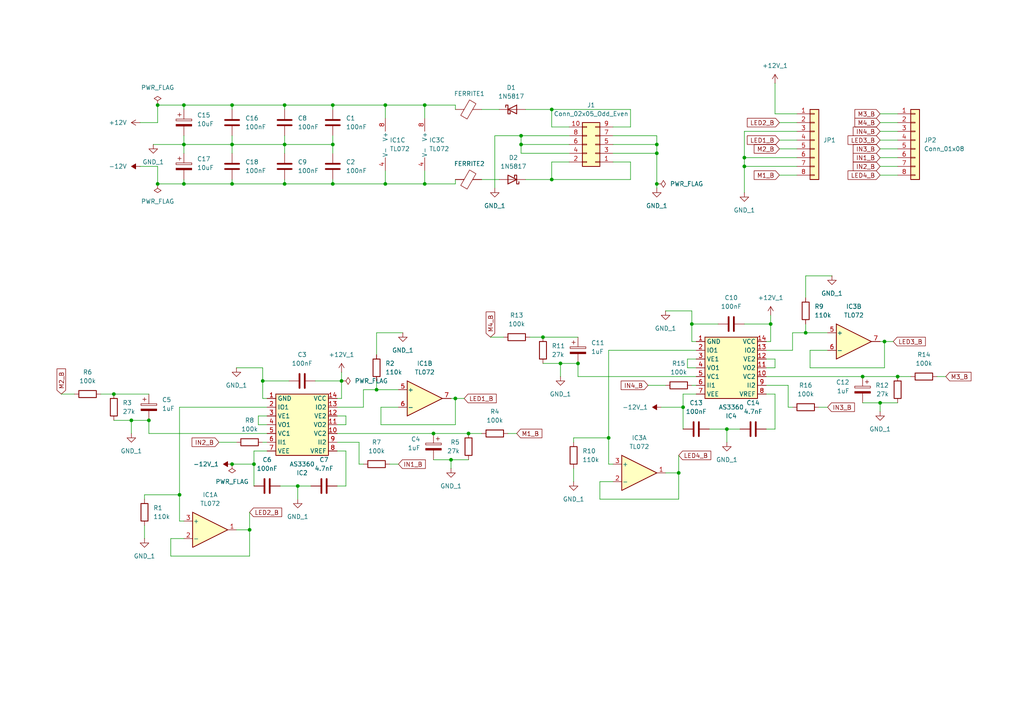
<source format=kicad_sch>
(kicad_sch (version 20250114) (generator "eeschema") (generator_version "9.0")
  (paper "A4")
  (lib_symbols
    (symbol "AO_symbols:1N5817" (pin_numbers (hide yes)) (pin_names (offset 1.016) (hide yes))
      (property "Reference" "D" (at 0 2.54 0))
      (property "Value" "1N5817" (at 0 -2.54 0))
      (symbol "1N5817_0_1"
        (polyline (pts (xy -1.905 0.635) (xy -1.905 1.27) (xy -1.27 1.27) (xy -1.27 -1.27) (xy -0.635 -1.27) (xy -0.635 -0.635)) (stroke (width 0.254)))
        (polyline (pts (xy 1.27 1.27) (xy 1.27 -1.27) (xy -1.27 0) (xy 1.27 1.27)) (stroke (width 0.254)))
        (polyline (pts (xy 1.27 0) (xy -1.27 0)))
      )
      (symbol "1N5817_1_1"
        (pin passive line (at -3.81 0 0) (length 2.54) (name "K") (number "1"))
        (pin passive line (at 3.81 0 180) (length 2.54) (name "A") (number "2"))
      )
    )
    (symbol "AO_symbols:CP" (pin_numbers (hide yes)) (pin_names (offset 0.254))
      (property "Reference" "C" (at 0.635 2.54 0))
      (property "Value" "CP" (at 0.635 -2.54 0))
      (symbol "CP_0_1"
        (rectangle (start -2.286 0.508) (end 2.286 1.016))
        (polyline (pts (xy -1.778 2.286) (xy -0.762 2.286)))
        (polyline (pts (xy -1.27 2.794) (xy -1.27 1.778)))
        (rectangle (start 2.286 -0.508) (end -2.286 -1.016) (fill (type outline)))
      )
      (symbol "CP_1_1"
        (pin passive line (at 0 3.81 270) (length 2.794) (name "~") (number "1"))
        (pin passive line (at 0 -3.81 90) (length 2.794) (name "~") (number "2"))
      )
    )
    (symbol "AO_symbols:TL072" (pin_names (offset 0.127))
      (property "Reference" "U" (at 0 5.08 0))
      (property "Value" "TL072" (at 0 -5.08 0))
      (symbol "TL072_1_1"
        (polyline (pts (xy -5.08 5.08) (xy 5.08 0) (xy -5.08 -5.08) (xy -5.08 5.08)) (stroke (width 0.254)) (fill (type background)))
        (pin input line (at -7.62 2.54 0) (length 2.54) (name "+") (number "3"))
        (pin input line (at -7.62 -2.54 0) (length 2.54) (name "-") (number "2"))
        (pin output line (at 7.62 0 180) (length 2.54) (name "~") (number "1"))
      )
      (symbol "TL072_2_1"
        (polyline (pts (xy -5.08 5.08) (xy 5.08 0) (xy -5.08 -5.08) (xy -5.08 5.08)) (stroke (width 0.254)) (fill (type background)))
        (pin input line (at -7.62 2.54 0) (length 2.54) (name "+") (number "5"))
        (pin input line (at -7.62 -2.54 0) (length 2.54) (name "-") (number "6"))
        (pin output line (at 7.62 0 180) (length 2.54) (name "~") (number "7"))
      )
      (symbol "TL072_3_1"
        (pin power_in line (at -2.54 7.62 270) (length 3.81) (name "V+") (number "8"))
        (pin power_in line (at -2.54 -7.62 90) (length 3.81) (name "V-") (number "4"))
      )
    )
    (symbol "AS3360_1"
      (property "Reference" "U2" (at 0 -13.97 0))
      (property "Value" "AS3360" (at 0 -11.43 0))
      (symbol "AS3360_1_0_1"
        (rectangle (start -7.62 8.89) (end 7.62 -8.89) (stroke (width 0.254)) (fill (type background)))
        (pin power_in line (at -10.16 7.62 0) (length 2.54) (name "GND") (number "1"))
        (pin output line (at -10.16 5.08 0) (length 2.54) (name "IO1") (number "2"))
        (pin input line (at -10.16 2.54 0) (length 2.54) (name "VE1") (number "3"))
        (pin output line (at -10.16 0 0) (length 2.54) (name "VO1") (number "4"))
        (pin input line (at -10.16 -2.54 0) (length 2.54) (name "VC1") (number "5"))
        (pin input line (at -10.16 -5.08 0) (length 2.54) (name "II1") (number "6"))
        (pin power_in line (at -10.16 -7.62 0) (length 2.54) (name "VEE") (number "7"))
        (pin power_in line (at 10.16 7.62 180) (length 2.54) (name "VCC") (number "14"))
        (pin output line (at 10.16 5.08 180) (length 2.54) (name "IO2") (number "13"))
        (pin input line (at 10.16 2.54 180) (length 2.54) (name "VE2") (number "12"))
        (pin output line (at 10.16 0 180) (length 2.54) (name "VO2") (number "11"))
        (pin input line (at 10.16 -2.54 180) (length 2.54) (name "VC2") (number "10"))
        (pin input line (at 10.16 -5.08 180) (length 2.54) (name "II2") (number "9"))
        (pin passive line (at 10.16 -7.62 180) (length 2.54) (name "VREF") (number "8"))
      )
    )
    (symbol "Connector_Generic:Conn_01x08" (pin_names (offset 1.016) (hide yes))
      (property "Reference" "J" (at 0 10.16 0))
      (property "Value" "Conn_01x08" (at 0 -12.7 0))
      (symbol "Conn_01x08_1_1"
        (rectangle (start -1.27 8.89) (end 1.27 -11.43) (stroke (width 0.254)) (fill (type background)))
        (rectangle (start -1.27 7.747) (end 0 7.493) (stroke (width 0.1524)))
        (rectangle (start -1.27 5.207) (end 0 4.953) (stroke (width 0.1524)))
        (rectangle (start -1.27 2.667) (end 0 2.413) (stroke (width 0.1524)))
        (rectangle (start -1.27 0.127) (end 0 -0.127) (stroke (width 0.1524)))
        (rectangle (start -1.27 -2.413) (end 0 -2.667) (stroke (width 0.1524)))
        (rectangle (start -1.27 -4.953) (end 0 -5.207) (stroke (width 0.1524)))
        (rectangle (start -1.27 -7.493) (end 0 -7.747) (stroke (width 0.1524)))
        (rectangle (start -1.27 -10.033) (end 0 -10.287) (stroke (width 0.1524)))
        (pin passive line (at -5.08 7.62 0) (length 3.81) (name "Pin_1") (number "1"))
        (pin passive line (at -5.08 5.08 0) (length 3.81) (name "Pin_2") (number "2"))
        (pin passive line (at -5.08 2.54 0) (length 3.81) (name "Pin_3") (number "3"))
        (pin passive line (at -5.08 0 0) (length 3.81) (name "Pin_4") (number "4"))
        (pin passive line (at -5.08 -2.54 0) (length 3.81) (name "Pin_5") (number "5"))
        (pin passive line (at -5.08 -5.08 0) (length 3.81) (name "Pin_6") (number "6"))
        (pin passive line (at -5.08 -7.62 0) (length 3.81) (name "Pin_7") (number "7"))
        (pin passive line (at -5.08 -10.16 0) (length 3.81) (name "Pin_8") (number "8"))
      )
    )
    (symbol "Connector_Generic:Conn_02x05_Odd_Even" (pin_names (offset 1.016) (hide yes))
      (property "Reference" "J" (at 1.27 7.62 0))
      (property "Value" "Conn_02x05_Odd_Even" (at 1.27 -7.62 0))
      (symbol "Conn_02x05_Odd_Even_1_1"
        (rectangle (start -1.27 6.35) (end 3.81 -6.35) (stroke (width 0.254)) (fill (type background)))
        (rectangle (start -1.27 5.207) (end 0 4.953) (stroke (width 0.1524)))
        (rectangle (start -1.27 2.667) (end 0 2.413) (stroke (width 0.1524)))
        (rectangle (start -1.27 0.127) (end 0 -0.127) (stroke (width 0.1524)))
        (rectangle (start -1.27 -2.413) (end 0 -2.667) (stroke (width 0.1524)))
        (rectangle (start -1.27 -4.953) (end 0 -5.207) (stroke (width 0.1524)))
        (rectangle (start 3.81 5.207) (end 2.54 4.953) (stroke (width 0.1524)))
        (rectangle (start 3.81 2.667) (end 2.54 2.413) (stroke (width 0.1524)))
        (rectangle (start 3.81 0.127) (end 2.54 -0.127) (stroke (width 0.1524)))
        (rectangle (start 3.81 -2.413) (end 2.54 -2.667) (stroke (width 0.1524)))
        (rectangle (start 3.81 -4.953) (end 2.54 -5.207) (stroke (width 0.1524)))
        (pin passive line (at -5.08 5.08 0) (length 3.81) (name "Pin_1") (number "1"))
        (pin passive line (at -5.08 2.54 0) (length 3.81) (name "Pin_3") (number "3"))
        (pin passive line (at -5.08 0 0) (length 3.81) (name "Pin_5") (number "5"))
        (pin passive line (at -5.08 -2.54 0) (length 3.81) (name "Pin_7") (number "7"))
        (pin passive line (at -5.08 -5.08 0) (length 3.81) (name "Pin_9") (number "9"))
        (pin passive line (at 7.62 5.08 180) (length 3.81) (name "Pin_2") (number "2"))
        (pin passive line (at 7.62 2.54 180) (length 3.81) (name "Pin_4") (number "4"))
        (pin passive line (at 7.62 0 180) (length 3.81) (name "Pin_6") (number "6"))
        (pin passive line (at 7.62 -2.54 180) (length 3.81) (name "Pin_8") (number "8"))
        (pin passive line (at 7.62 -5.08 180) (length 3.81) (name "Pin_10") (number "10"))
      )
    )
    (symbol "Device:C" (pin_numbers (hide yes)) (pin_names (offset 0.254))
      (property "Reference" "C" (at 0.635 2.54 0))
      (property "Value" "C" (at 0.635 -2.54 0))
      (symbol "C_0_1"
        (polyline (pts (xy -2.032 0.762) (xy 2.032 0.762)) (stroke (width 0.508)))
        (polyline (pts (xy -2.032 -0.762) (xy 2.032 -0.762)) (stroke (width 0.508)))
      )
      (symbol "C_1_1"
        (pin passive line (at 0 3.81 270) (length 2.794) (name "~") (number "1"))
        (pin passive line (at 0 -3.81 90) (length 2.794) (name "~") (number "2"))
      )
    )
    (symbol "Device:C_Polarized" (pin_numbers (hide yes)) (pin_names (offset 0.254))
      (property "Reference" "C" (at 0.635 2.54 0))
      (property "Value" "C_Polarized" (at 0.635 -2.54 0))
      (symbol "C_Polarized_0_1"
        (rectangle (start -2.286 0.508) (end 2.286 1.016))
        (polyline (pts (xy -1.778 2.286) (xy -0.762 2.286)))
        (polyline (pts (xy -1.27 2.794) (xy -1.27 1.778)))
        (rectangle (start 2.286 -0.508) (end -2.286 -1.016) (fill (type outline)))
      )
      (symbol "C_Polarized_1_1"
        (pin passive line (at 0 3.81 270) (length 2.794) (name "~") (number "1"))
        (pin passive line (at 0 -3.81 90) (length 2.794) (name "~") (number "2"))
      )
    )
    (symbol "Device:FerriteBead" (pin_numbers (hide yes)) (pin_names (offset 0))
      (property "Reference" "FB" (at -3.81 0.635 90))
      (property "Value" "FerriteBead" (at 3.81 0 90))
      (symbol "FerriteBead_0_1"
        (polyline (pts (xy -2.7686 0.4064) (xy -1.7018 2.2606) (xy 2.7686 -0.3048) (xy 1.6764 -2.159) (xy -2.7686 0.4064)))
        (polyline (pts (xy 0 1.27) (xy 0 1.2954)))
        (polyline (pts (xy 0 -1.27) (xy 0 -1.2192)))
      )
      (symbol "FerriteBead_1_1"
        (pin passive line (at 0 3.81 270) (length 2.54) (name "~") (number "1"))
        (pin passive line (at 0 -3.81 90) (length 2.54) (name "~") (number "2"))
      )
    )
    (symbol "Device:R" (pin_numbers (hide yes)) (pin_names (offset 0))
      (property "Reference" "R" (at 2.032 0 90))
      (property "Value" "R" (at 0 0 90))
      (symbol "R_0_1"
        (rectangle (start -1.016 -2.54) (end 1.016 2.54) (stroke (width 0.254)))
      )
      (symbol "R_1_1"
        (pin passive line (at 0 3.81 270) (length 1.27) (name "~") (number "1"))
        (pin passive line (at 0 -3.81 90) (length 1.27) (name "~") (number "2"))
      )
    )
    (symbol "power:+12V" (power) (pin_numbers (hide yes)) (pin_names (offset 0) (hide yes))
      (property "Value" "+12V" (at 0 3.556 0))
      (symbol "+12V_0_1"
        (polyline (pts (xy -0.762 1.27) (xy 0 2.54)))
        (polyline (pts (xy 0 2.54) (xy 0.762 1.27)))
        (polyline (pts (xy 0 0) (xy 0 2.54)))
      )
      (symbol "+12V_1_1"
        (pin power_in line (at 0 0 90) (length 0) (name "~") (number "1"))
      )
    )
    (symbol "power:-12V" (power) (pin_numbers (hide yes)) (pin_names (offset 0) (hide yes))
      (property "Value" "-12V" (at 0 3.556 0))
      (symbol "-12V_0_0"
        (pin power_in line (at 0 0 90) (length 0) (name "~") (number "1"))
      )
      (symbol "-12V_0_1"
        (polyline (pts (xy 0 0) (xy 0 1.27) (xy 0.762 1.27) (xy 0 2.54) (xy -0.762 1.27) (xy 0 1.27)) (fill (type outline)))
      )
    )
    (symbol "power:GND" (power) (pin_numbers (hide yes)) (pin_names (offset 0) (hide yes))
      (property "Value" "GND" (at 0 -3.81 0))
      (symbol "GND_0_1"
        (polyline (pts (xy 0 0) (xy 0 -1.27) (xy 1.27 -1.27) (xy 0 -2.54) (xy -1.27 -1.27) (xy 0 -1.27)))
      )
      (symbol "GND_1_1"
        (pin power_in line (at 0 0 270) (length 0) (name "~") (number "1"))
      )
    )
    (symbol "power:PWR_FLAG" (power) (pin_numbers (hide yes)) (pin_names (offset 0) (hide yes))
      (property "Value" "PWR_FLAG" (at 0 3.81 0))
      (symbol "PWR_FLAG_0_0"
        (pin power_out line (at 0 0 90) (length 0) (name "~") (number "1"))
      )
      (symbol "PWR_FLAG_0_1"
        (polyline (pts (xy 0 0) (xy 0 1.27) (xy -1.016 1.905) (xy 0 2.54) (xy 1.016 1.905) (xy 0 1.27)))
      )
    )
  )
  (junction (at 190.5 44.45))
  (junction (at 53.34 30.48))
  (junction (at 38.1 121.92))
  (junction (at 167.64 105.41))
  (junction (at 210.82 124.46))
  (junction (at 250.19 109.22))
  (junction (at 53.34 53.34))
  (junction (at 53.34 41.91))
  (junction (at 151.13 39.37))
  (junction (at 45.72 53.34))
  (junction (at 233.68 96.52))
  (junction (at 109.22 113.03))
  (junction (at 82.55 41.91))
  (junction (at 123.19 53.34))
  (junction (at 260.35 109.22))
  (junction (at 200.66 93.98))
  (junction (at 73.66 134.62))
  (junction (at 96.52 30.48))
  (junction (at 52.07 143.51))
  (junction (at 43.18 121.92))
  (junction (at 160.02 52.07))
  (junction (at 196.85 137.16))
  (junction (at 82.55 53.34))
  (junction (at 130.81 133.35))
  (junction (at 215.9 48.26))
  (junction (at 123.19 30.48))
  (junction (at 198.12 118.11))
  (junction (at 67.31 134.62))
  (junction (at 157.48 97.79))
  (junction (at 256.54 99.06))
  (junction (at 96.52 53.34))
  (junction (at 99.06 110.49))
  (junction (at 151.13 41.91))
  (junction (at 190.5 41.91))
  (junction (at 76.2 110.49))
  (junction (at 96.52 41.91))
  (junction (at 190.5 53.34))
  (junction (at 111.76 53.34))
  (junction (at 125.73 125.73))
  (junction (at 111.76 30.48))
  (junction (at 223.52 93.98))
  (junction (at 86.36 140.97))
  (junction (at 67.31 53.34))
  (junction (at 67.31 41.91))
  (junction (at 215.9 45.72))
  (junction (at 160.02 31.75))
  (junction (at 82.55 30.48))
  (junction (at 176.53 127))
  (junction (at 72.39 153.67))
  (junction (at 67.31 30.48))
  (junction (at 255.27 116.84))
  (junction (at 132.08 115.57))
  (junction (at 135.89 125.73))
  (junction (at 45.72 30.48))
  (junction (at 162.56 105.41))
  (junction (at 33.02 114.3))
  (wire (pts (xy 53.34 41.91) (xy 67.31 41.91)))
  (wire (pts (xy 160.02 52.07) (xy 152.4 52.07)))
  (wire (pts (xy 215.9 93.98) (xy 223.52 93.98)))
  (wire (pts (xy 74.93 123.19) (xy 77.47 123.19)))
  (wire (pts (xy 43.18 125.73) (xy 43.18 121.92)))
  (wire (pts (xy 228.6 111.76) (xy 222.25 111.76)))
  (wire (pts (xy 73.66 134.62) (xy 73.66 140.97)))
  (wire (pts (xy 109.22 113.03) (xy 105.41 113.03)))
  (wire (pts (xy 110.49 118.11) (xy 115.57 118.11)))
  (wire (pts (xy 91.44 110.49) (xy 99.06 110.49)))
  (wire (pts (xy 176.53 101.6) (xy 176.53 127)))
  (wire (pts (xy 104.14 134.62) (xy 104.14 128.27)))
  (wire (pts (xy 193.04 90.17) (xy 200.66 90.17)))
  (wire (pts (xy 33.02 114.3) (xy 43.18 114.3)))
  (wire (pts (xy 240.03 96.52) (xy 233.68 96.52)))
  (wire (pts (xy 81.28 140.97) (xy 86.36 140.97)))
  (wire (pts (xy 123.19 30.48) (xy 123.19 34.29)))
  (wire (pts (xy 53.34 31.75) (xy 53.34 30.48)))
  (wire (pts (xy 173.99 144.78) (xy 173.99 139.7)))
  (wire (pts (xy 82.55 30.48) (xy 96.52 30.48)))
  (wire (pts (xy 49.53 161.29) (xy 49.53 156.21)))
  (wire (pts (xy 68.58 106.68) (xy 76.2 106.68)))
  (wire (pts (xy 200.66 93.98) (xy 208.28 93.98)))
  (wire (pts (xy 241.3 80.01) (xy 233.68 80.01)))
  (wire (pts (xy 151.13 41.91) (xy 165.1 41.91)))
  (wire (pts (xy 234.95 101.6) (xy 234.95 106.68)))
  (wire (pts (xy 82.55 39.37) (xy 82.55 41.91)))
  (wire (pts (xy 52.07 151.13) (xy 53.34 151.13)))
  (wire (pts (xy 76.2 110.49) (xy 83.82 110.49)))
  (wire (pts (xy 109.22 96.52) (xy 109.22 102.87)))
  (wire (pts (xy 73.66 130.81) (xy 73.66 134.62)))
  (wire (pts (xy 132.08 123.19) (xy 132.08 115.57)))
  (wire (pts (xy 233.68 80.01) (xy 233.68 86.36)))
  (wire (pts (xy 205.74 124.46) (xy 210.82 124.46)))
  (wire (pts (xy 256.54 99.06) (xy 259.08 99.06)))
  (wire (pts (xy 234.95 106.68) (xy 256.54 106.68)))
  (wire (pts (xy 53.34 39.37) (xy 53.34 41.91)))
  (wire (pts (xy 135.89 125.73) (xy 125.73 125.73)))
  (wire (pts (xy 142.24 97.79) (xy 146.05 97.79)))
  (wire (pts (xy 72.39 153.67) (xy 72.39 161.29)))
  (wire (pts (xy 139.7 52.07) (xy 144.78 52.07)))
  (wire (pts (xy 76.2 115.57) (xy 77.47 115.57)))
  (wire (pts (xy 82.55 41.91) (xy 96.52 41.91)))
  (wire (pts (xy 199.39 104.14) (xy 199.39 106.68)))
  (wire (pts (xy 52.07 143.51) (xy 41.91 143.51)))
  (wire (pts (xy 255.27 45.72) (xy 260.35 45.72)))
  (wire (pts (xy 182.88 52.07) (xy 160.02 52.07)))
  (wire (pts (xy 105.41 118.11) (xy 97.79 118.11)))
  (wire (pts (xy 222.25 109.22) (xy 250.19 109.22)))
  (wire (pts (xy 224.79 114.3) (xy 224.79 124.46)))
  (wire (pts (xy 132.08 30.48) (xy 132.08 31.75)))
  (wire (pts (xy 76.2 106.68) (xy 76.2 110.49)))
  (wire (pts (xy 97.79 130.81) (xy 100.33 130.81)))
  (wire (pts (xy 226.06 35.56) (xy 231.14 35.56)))
  (wire (pts (xy 187.96 111.76) (xy 193.04 111.76)))
  (wire (pts (xy 190.5 44.45) (xy 190.5 53.34)))
  (wire (pts (xy 96.52 39.37) (xy 96.52 41.91)))
  (wire (pts (xy 190.5 39.37) (xy 190.5 41.91)))
  (wire (pts (xy 52.07 143.51) (xy 52.07 151.13)))
  (wire (pts (xy 96.52 53.34) (xy 96.52 52.07)))
  (wire (pts (xy 76.2 128.27) (xy 77.47 128.27)))
  (wire (pts (xy 177.8 36.83) (xy 182.88 36.83)))
  (wire (pts (xy 29.21 114.3) (xy 33.02 114.3)))
  (wire (pts (xy 86.36 140.97) (xy 90.17 140.97)))
  (wire (pts (xy 143.51 54.61) (xy 143.51 39.37)))
  (wire (pts (xy 33.02 121.92) (xy 38.1 121.92)))
  (wire (pts (xy 162.56 105.41) (xy 167.64 105.41)))
  (wire (pts (xy 222.25 114.3) (xy 224.79 114.3)))
  (wire (pts (xy 228.6 118.11) (xy 228.6 111.76)))
  (wire (pts (xy 151.13 44.45) (xy 165.1 44.45)))
  (wire (pts (xy 77.47 120.65) (xy 74.93 120.65)))
  (wire (pts (xy 151.13 44.45) (xy 151.13 41.91)))
  (wire (pts (xy 226.06 40.64) (xy 231.14 40.64)))
  (wire (pts (xy 182.88 31.75) (xy 182.88 36.83)))
  (wire (pts (xy 215.9 48.26) (xy 215.9 55.88)))
  (wire (pts (xy 82.55 53.34) (xy 82.55 52.07)))
  (wire (pts (xy 135.89 133.35) (xy 130.81 133.35)))
  (wire (pts (xy 255.27 35.56) (xy 260.35 35.56)))
  (wire (pts (xy 82.55 30.48) (xy 82.55 31.75)))
  (wire (pts (xy 67.31 39.37) (xy 67.31 41.91)))
  (wire (pts (xy 74.93 120.65) (xy 74.93 123.19)))
  (wire (pts (xy 167.64 109.22) (xy 167.64 105.41)))
  (wire (pts (xy 226.06 43.18) (xy 231.14 43.18)))
  (wire (pts (xy 116.84 96.52) (xy 109.22 96.52)))
  (wire (pts (xy 233.68 93.98) (xy 233.68 96.52)))
  (wire (pts (xy 256.54 106.68) (xy 256.54 99.06)))
  (wire (pts (xy 228.6 118.11) (xy 229.87 118.11)))
  (wire (pts (xy 63.5 128.27) (xy 68.58 128.27)))
  (wire (pts (xy 215.9 45.72) (xy 215.9 48.26)))
  (wire (pts (xy 96.52 30.48) (xy 96.52 31.75)))
  (wire (pts (xy 199.39 106.68) (xy 201.93 106.68)))
  (wire (pts (xy 255.27 43.18) (xy 260.35 43.18)))
  (wire (pts (xy 200.66 93.98) (xy 200.66 99.06)))
  (wire (pts (xy 224.79 24.13) (xy 224.79 33.02)))
  (wire (pts (xy 157.48 105.41) (xy 162.56 105.41)))
  (wire (pts (xy 224.79 104.14) (xy 222.25 104.14)))
  (wire (pts (xy 40.64 48.26) (xy 45.72 48.26)))
  (wire (pts (xy 210.82 124.46) (xy 214.63 124.46)))
  (wire (pts (xy 41.91 143.51) (xy 41.91 144.78)))
  (wire (pts (xy 260.35 109.22) (xy 250.19 109.22)))
  (wire (pts (xy 233.68 96.52) (xy 229.87 96.52)))
  (wire (pts (xy 190.5 53.34) (xy 190.5 54.61)))
  (wire (pts (xy 53.34 41.91) (xy 53.34 44.45)))
  (wire (pts (xy 237.49 118.11) (xy 240.03 118.11)))
  (wire (pts (xy 240.03 101.6) (xy 234.95 101.6)))
  (wire (pts (xy 166.37 127) (xy 166.37 128.27)))
  (wire (pts (xy 99.06 107.95) (xy 99.06 110.49)))
  (wire (pts (xy 113.03 134.62) (xy 115.57 134.62)))
  (wire (pts (xy 41.91 152.4) (xy 41.91 156.21)))
  (wire (pts (xy 151.13 41.91) (xy 151.13 39.37)))
  (wire (pts (xy 111.76 30.48) (xy 123.19 30.48)))
  (wire (pts (xy 177.8 41.91) (xy 190.5 41.91)))
  (wire (pts (xy 215.9 45.72) (xy 231.14 45.72)))
  (wire (pts (xy 222.25 106.68) (xy 224.79 106.68)))
  (wire (pts (xy 132.08 115.57) (xy 134.62 115.57)))
  (wire (pts (xy 256.54 99.06) (xy 255.27 99.06)))
  (wire (pts (xy 67.31 41.91) (xy 82.55 41.91)))
  (wire (pts (xy 157.48 97.79) (xy 167.64 97.79)))
  (wire (pts (xy 100.33 140.97) (xy 97.79 140.97)))
  (wire (pts (xy 52.07 118.11) (xy 77.47 118.11)))
  (wire (pts (xy 215.9 48.26) (xy 231.14 48.26)))
  (wire (pts (xy 44.45 41.91) (xy 53.34 41.91)))
  (wire (pts (xy 72.39 148.59) (xy 72.39 153.67)))
  (wire (pts (xy 271.78 109.22) (xy 274.32 109.22)))
  (wire (pts (xy 198.12 114.3) (xy 198.12 118.11)))
  (wire (pts (xy 255.27 40.64) (xy 260.35 40.64)))
  (wire (pts (xy 160.02 46.99) (xy 165.1 46.99)))
  (wire (pts (xy 130.81 115.57) (xy 132.08 115.57)))
  (wire (pts (xy 177.8 134.62) (xy 176.53 134.62)))
  (wire (pts (xy 111.76 30.48) (xy 111.76 34.29)))
  (wire (pts (xy 160.02 31.75) (xy 152.4 31.75)))
  (wire (pts (xy 67.31 53.34) (xy 82.55 53.34)))
  (wire (pts (xy 100.33 130.81) (xy 100.33 140.97)))
  (wire (pts (xy 260.35 116.84) (xy 255.27 116.84)))
  (wire (pts (xy 111.76 49.53) (xy 111.76 53.34)))
  (wire (pts (xy 43.18 125.73) (xy 77.47 125.73)))
  (wire (pts (xy 97.79 123.19) (xy 100.33 123.19)))
  (wire (pts (xy 255.27 116.84) (xy 255.27 119.38)))
  (wire (pts (xy 123.19 53.34) (xy 123.19 49.53)))
  (wire (pts (xy 255.27 33.02) (xy 260.35 33.02)))
  (wire (pts (xy 97.79 125.73) (xy 125.73 125.73)))
  (wire (pts (xy 45.72 35.56) (xy 45.72 30.48)))
  (wire (pts (xy 223.52 93.98) (xy 223.52 99.06)))
  (wire (pts (xy 176.53 101.6) (xy 201.93 101.6)))
  (wire (pts (xy 166.37 135.89) (xy 166.37 139.7)))
  (wire (pts (xy 100.33 123.19) (xy 100.33 120.65)))
  (wire (pts (xy 49.53 161.29) (xy 72.39 161.29)))
  (wire (pts (xy 224.79 124.46) (xy 222.25 124.46)))
  (wire (pts (xy 82.55 53.34) (xy 96.52 53.34)))
  (wire (pts (xy 176.53 127) (xy 166.37 127)))
  (wire (pts (xy 67.31 53.34) (xy 53.34 53.34)))
  (wire (pts (xy 67.31 134.62) (xy 73.66 134.62)))
  (wire (pts (xy 104.14 134.62) (xy 105.41 134.62)))
  (wire (pts (xy 17.78 114.3) (xy 21.59 114.3)))
  (wire (pts (xy 130.81 133.35) (xy 130.81 135.89)))
  (wire (pts (xy 255.27 116.84) (xy 250.19 116.84)))
  (wire (pts (xy 215.9 38.1) (xy 231.14 38.1)))
  (wire (pts (xy 53.34 52.07) (xy 53.34 53.34)))
  (wire (pts (xy 177.8 39.37) (xy 190.5 39.37)))
  (wire (pts (xy 264.16 109.22) (xy 260.35 109.22)))
  (wire (pts (xy 173.99 144.78) (xy 196.85 144.78)))
  (wire (pts (xy 67.31 30.48) (xy 53.34 30.48)))
  (wire (pts (xy 196.85 144.78) (xy 196.85 137.16)))
  (wire (pts (xy 130.81 133.35) (xy 125.73 133.35)))
  (wire (pts (xy 198.12 118.11) (xy 198.12 124.46)))
  (wire (pts (xy 67.31 52.07) (xy 67.31 53.34)))
  (wire (pts (xy 40.64 35.56) (xy 45.72 35.56)))
  (wire (pts (xy 160.02 52.07) (xy 160.02 46.99)))
  (wire (pts (xy 76.2 110.49) (xy 76.2 115.57)))
  (wire (pts (xy 224.79 33.02) (xy 231.14 33.02)))
  (wire (pts (xy 96.52 53.34) (xy 111.76 53.34)))
  (wire (pts (xy 143.51 39.37) (xy 151.13 39.37)))
  (wire (pts (xy 110.49 123.19) (xy 132.08 123.19)))
  (wire (pts (xy 200.66 99.06) (xy 201.93 99.06)))
  (wire (pts (xy 226.06 50.8) (xy 231.14 50.8)))
  (wire (pts (xy 191.77 118.11) (xy 198.12 118.11)))
  (wire (pts (xy 200.66 111.76) (xy 201.93 111.76)))
  (wire (pts (xy 104.14 128.27) (xy 97.79 128.27)))
  (wire (pts (xy 210.82 124.46) (xy 210.82 128.27)))
  (wire (pts (xy 67.31 41.91) (xy 67.31 44.45)))
  (wire (pts (xy 198.12 114.3) (xy 201.93 114.3)))
  (wire (pts (xy 86.36 140.97) (xy 86.36 144.78)))
  (wire (pts (xy 82.55 41.91) (xy 82.55 44.45)))
  (wire (pts (xy 196.85 137.16) (xy 193.04 137.16)))
  (wire (pts (xy 96.52 30.48) (xy 111.76 30.48)))
  (wire (pts (xy 49.53 156.21) (xy 53.34 156.21)))
  (wire (pts (xy 215.9 38.1) (xy 215.9 45.72)))
  (wire (pts (xy 100.33 120.65) (xy 97.79 120.65)))
  (wire (pts (xy 109.22 113.03) (xy 115.57 113.03)))
  (wire (pts (xy 153.67 97.79) (xy 157.48 97.79)))
  (wire (pts (xy 255.27 48.26) (xy 260.35 48.26)))
  (wire (pts (xy 132.08 53.34) (xy 132.08 52.07)))
  (wire (pts (xy 167.64 109.22) (xy 201.93 109.22)))
  (wire (pts (xy 223.52 91.44) (xy 223.52 93.98)))
  (wire (pts (xy 123.19 53.34) (xy 132.08 53.34)))
  (wire (pts (xy 99.06 110.49) (xy 99.06 115.57)))
  (wire (pts (xy 38.1 121.92) (xy 38.1 125.73)))
  (wire (pts (xy 111.76 53.34) (xy 123.19 53.34)))
  (wire (pts (xy 139.7 31.75) (xy 144.78 31.75)))
  (wire (pts (xy 160.02 36.83) (xy 160.02 31.75)))
  (wire (pts (xy 196.85 132.08) (xy 196.85 137.16)))
  (wire (pts (xy 151.13 39.37) (xy 165.1 39.37)))
  (wire (pts (xy 139.7 125.73) (xy 135.89 125.73)))
  (wire (pts (xy 173.99 139.7) (xy 177.8 139.7)))
  (wire (pts (xy 147.32 125.73) (xy 149.86 125.73)))
  (wire (pts (xy 255.27 38.1) (xy 260.35 38.1)))
  (wire (pts (xy 190.5 41.91) (xy 190.5 44.45)))
  (wire (pts (xy 96.52 41.91) (xy 96.52 44.45)))
  (wire (pts (xy 67.31 30.48) (xy 82.55 30.48)))
  (wire (pts (xy 67.31 31.75) (xy 67.31 30.48)))
  (wire (pts (xy 45.72 53.34) (xy 53.34 53.34)))
  (wire (pts (xy 123.19 30.48) (xy 132.08 30.48)))
  (wire (pts (xy 110.49 118.11) (xy 110.49 123.19)))
  (wire (pts (xy 177.8 44.45) (xy 190.5 44.45)))
  (wire (pts (xy 162.56 105.41) (xy 162.56 109.22)))
  (wire (pts (xy 255.27 50.8) (xy 260.35 50.8)))
  (wire (pts (xy 229.87 101.6) (xy 222.25 101.6)))
  (wire (pts (xy 109.22 110.49) (xy 109.22 113.03)))
  (wire (pts (xy 99.06 115.57) (xy 97.79 115.57)))
  (wire (pts (xy 160.02 31.75) (xy 182.88 31.75)))
  (wire (pts (xy 177.8 46.99) (xy 182.88 46.99)))
  (wire (pts (xy 73.66 130.81) (xy 77.47 130.81)))
  (wire (pts (xy 224.79 106.68) (xy 224.79 104.14)))
  (wire (pts (xy 160.02 36.83) (xy 165.1 36.83)))
  (wire (pts (xy 182.88 46.99) (xy 182.88 52.07)))
  (wire (pts (xy 45.72 30.48) (xy 53.34 30.48)))
  (wire (pts (xy 52.07 118.11) (xy 52.07 143.51)))
  (wire (pts (xy 68.58 153.67) (xy 72.39 153.67)))
  (wire (pts (xy 45.72 48.26) (xy 45.72 53.34)))
  (wire (pts (xy 229.87 96.52) (xy 229.87 101.6)))
  (wire (pts (xy 105.41 113.03) (xy 105.41 118.11)))
  (wire (pts (xy 200.66 90.17) (xy 200.66 93.98)))
  (wire (pts (xy 201.93 104.14) (xy 199.39 104.14)))
  (wire (pts (xy 38.1 121.92) (xy 43.18 121.92)))
  (wire (pts (xy 223.52 99.06) (xy 222.25 99.06)))
  (wire (pts (xy 176.53 134.62) (xy 176.53 127)))
  (global_label "LED3_B" (shape input) (at 255.27 40.64 180) (property "Intersheetrefs" "${INTERSHEET_REFS}" (effects (hide yes))))
  (global_label "M4_B" (shape input) (at 142.24 97.79 90) (property "Intersheetrefs" "${INTERSHEET_REFS}" (effects (hide yes))))
  (global_label "M2_B" (shape input) (at 226.06 43.18 180) (property "Intersheetrefs" "${INTERSHEET_REFS}" (effects (hide yes))))
  (global_label "LED4_B" (shape input) (at 255.27 50.8 180) (property "Intersheetrefs" "${INTERSHEET_REFS}" (effects (hide yes))))
  (global_label "IN4_B" (shape input) (at 255.27 38.1 180) (property "Intersheetrefs" "${INTERSHEET_REFS}" (effects (hide yes))))
  (global_label "M2_B" (shape input) (at 17.78 114.3 90) (property "Intersheetrefs" "${INTERSHEET_REFS}" (effects (hide yes))))
  (global_label "LED3_B" (shape input) (at 259.08 99.06 0) (property "Intersheetrefs" "${INTERSHEET_REFS}" (effects (hide yes))))
  (global_label "IN3_B" (shape input) (at 255.27 43.18 180) (property "Intersheetrefs" "${INTERSHEET_REFS}" (effects (hide yes))))
  (global_label "M4_B" (shape input) (at 255.27 35.56 180) (property "Intersheetrefs" "${INTERSHEET_REFS}" (effects (hide yes))))
  (global_label "LED2_B" (shape input) (at 72.39 148.59 0) (property "Intersheetrefs" "${INTERSHEET_REFS}" (effects (hide yes))))
  (global_label "IN4_B" (shape input) (at 187.96 111.76 180) (property "Intersheetrefs" "${INTERSHEET_REFS}" (effects (hide yes))))
  (global_label "M1_B" (shape input) (at 226.06 50.8 180) (property "Intersheetrefs" "${INTERSHEET_REFS}" (effects (hide yes))))
  (global_label "LED1_B" (shape input) (at 226.06 40.64 180) (property "Intersheetrefs" "${INTERSHEET_REFS}" (effects (hide yes))))
  (global_label "IN1_B" (shape input) (at 255.27 45.72 180) (property "Intersheetrefs" "${INTERSHEET_REFS}" (effects (hide yes))))
  (global_label "M1_B" (shape input) (at 149.86 125.73 0) (property "Intersheetrefs" "${INTERSHEET_REFS}" (effects (hide yes))))
  (global_label "M3_B" (shape input) (at 274.32 109.22 0) (property "Intersheetrefs" "${INTERSHEET_REFS}" (effects (hide yes))))
  (global_label "IN1_B" (shape input) (at 115.57 134.62 0) (property "Intersheetrefs" "${INTERSHEET_REFS}" (effects (hide yes))))
  (global_label "LED2_B" (shape input) (at 226.06 35.56 180) (property "Intersheetrefs" "${INTERSHEET_REFS}" (effects (hide yes))))
  (global_label "LED4_B" (shape input) (at 196.85 132.08 0) (property "Intersheetrefs" "${INTERSHEET_REFS}" (effects (hide yes))))
  (global_label "IN3_B" (shape input) (at 240.03 118.11 0) (property "Intersheetrefs" "${INTERSHEET_REFS}" (effects (hide yes))))
  (global_label "M3_B" (shape input) (at 255.27 33.02 180) (property "Intersheetrefs" "${INTERSHEET_REFS}" (effects (hide yes))))
  (global_label "IN2_B" (shape input) (at 255.27 48.26 180) (property "Intersheetrefs" "${INTERSHEET_REFS}" (effects (hide yes))))
  (global_label "LED1_B" (shape input) (at 134.62 115.57 0) (property "Intersheetrefs" "${INTERSHEET_REFS}" (effects (hide yes))))
  (global_label "IN2_B" (shape input) (at 63.5 128.27 180) (property "Intersheetrefs" "${INTERSHEET_REFS}" (effects (hide yes))))
  (symbol (lib_id "power:GND") (at 190.5 54.61 0) (unit 1)
    (property "Reference" "#PWR3" (effects (hide yes)))
    (property "Value" "GND_1" (at 190.5 59.69 0))
    (property "Description" "Power symbol creates a global label with name \"GND\" , ground" (effects (hide yes)))
  )
  (symbol (lib_id "Device:C") (at 82.55 48.26 0) (unit 1)
    (property "Reference" "C9" (at 86.36 46.9899 0) (effects (justify left)))
    (property "Value" "100nF" (at 86.36 49.5299 0) (effects (justify left)))
    (property "Footprint" "Capacitor_THT:C_Disc_D3.0mm_W2.0mm_P2.50mm" (effects (hide yes)))
    (property "Description" "Unpolarized capacitor" (effects (hide yes)))
  )
  (symbol (lib_id "power:GND") (at 68.58 106.68 0) (unit 1)
    (property "Reference" "#PWR9" (effects (hide yes)))
    (property "Value" "GND_1" (at 68.58 111.76 0))
    (property "Description" "Power symbol creates a global label with name \"GND\" , ground" (effects (hide yes)))
  )
  (symbol (lib_id "AO_symbols:TL072") (at 123.19 115.57 0) (unit 2)
    (property "Reference" "IC1" (at 123.19 105.41 0))
    (property "Value" "TL072" (at 123.19 107.95 0))
    (property "Footprint" "AO_tht:DIP-8_W7.62mm_Socket_LongPads" (effects (hide yes)))
    (property "Description" "Dual operational amplifier, DIP-8" (effects (hide yes)))
    (property "Vendor" "Tayda" (effects (hide yes)))
    (property "SKU" "A-037" (effects (hide yes)))
  )
  (symbol (lib_id "Device:R") (at 143.51 125.73 90) (unit 1)
    (property "Reference" "R4" (at 143.51 119.38 90))
    (property "Value" "100k" (at 143.51 121.92 90))
    (property "Footprint" "Resistor_THT:R_Axial_DIN0207_L6.3mm_D2.5mm_P10.16mm_Horizontal" (effects (hide yes)))
    (property "Description" "Resistor" (effects (hide yes)))
  )
  (symbol (lib_id "power:+12V") (at 223.52 91.44 0) (unit 1)
    (property "Reference" "#PWR019" (effects (hide yes)))
    (property "Value" "+12V_1" (at 223.52 86.36 0))
    (property "Description" "Power symbol creates a global label with name \"+12V\"" (effects (hide yes)))
  )
  (symbol (lib_id "power:PWR_FLAG") (at 67.31 134.62 180) (unit 1)
    (property "Reference" "#FLG04" (effects (hide yes)))
    (property "Value" "PWR_FLAG" (at 67.31 139.7 0))
    (property "Description" "Special symbol for telling ERC where power comes from" (effects (hide yes)))
  )
  (symbol (lib_id "power:PWR_FLAG") (at 45.72 30.48 0) (unit 1)
    (property "Reference" "#FLG01" (effects (hide yes)))
    (property "Value" "PWR_FLAG" (at 45.72 25.4 0))
    (property "Description" "Special symbol for telling ERC where power comes from" (effects (hide yes)))
  )
  (symbol (lib_id "power:GND") (at 162.56 109.22 0) (unit 1)
    (property "Reference" "#PWR14" (effects (hide yes)))
    (property "Value" "GND_1" (at 162.56 114.3 0))
    (property "Description" "Power symbol creates a global label with name \"GND\" , ground" (effects (hide yes)))
  )
  (symbol (lib_id "Device:R") (at 41.91 148.59 0) (unit 1)
    (property "Reference" "R1" (at 44.45 147.3199 0) (effects (justify left)))
    (property "Value" "110k" (at 44.45 149.8599 0) (effects (justify left)))
    (property "Footprint" "Resistor_THT:R_Axial_DIN0207_L6.3mm_D2.5mm_P10.16mm_Horizontal" (effects (hide yes)))
    (property "Description" "Resistor" (effects (hide yes)))
  )
  (symbol (lib_id "Device:R") (at 135.89 129.54 0) (mirror y) (unit 1)
    (property "Reference" "R5" (at 133.35 128.2699 0) (effects (justify left)))
    (property "Value" "27k" (at 133.35 130.8099 0) (effects (justify left)))
    (property "Footprint" "Resistor_THT:R_Axial_DIN0207_L6.3mm_D2.5mm_P10.16mm_Horizontal" (effects (hide yes)))
    (property "Description" "Resistor" (effects (hide yes)))
  )
  (symbol (lib_id "power:-12V") (at 40.64 48.26 90) (unit 1)
    (property "Reference" "#PWR01" (effects (hide yes)))
    (property "Value" "-12V" (at 36.83 48.2599 90) (effects (justify left)))
    (property "Description" "Power symbol creates a global label with name \"-12V\"" (effects (hide yes)))
  )
  (symbol (lib_id "AO_symbols:TL072") (at 247.65 99.06 0) (unit 2)
    (property "Reference" "IC3" (at 247.65 88.9 0))
    (property "Value" "TL072" (at 247.65 91.44 0))
    (property "Footprint" "AO_tht:DIP-8_W7.62mm_Socket_LongPads" (effects (hide yes)))
    (property "Description" "Dual operational amplifier, DIP-8" (effects (hide yes)))
    (property "Vendor" "Tayda" (effects (hide yes)))
    (property "SKU" "A-037" (effects (hide yes)))
  )
  (symbol (lib_id "Device:R") (at 33.02 118.11 0) (unit 1)
    (property "Reference" "R3" (at 35.56 116.8399 0) (effects (justify left)))
    (property "Value" "27k" (at 35.56 119.3799 0) (effects (justify left)))
    (property "Footprint" "Resistor_THT:R_Axial_DIN0207_L6.3mm_D2.5mm_P10.16mm_Horizontal" (effects (hide yes)))
    (property "Description" "Resistor" (effects (hide yes)))
  )
  (symbol (lib_id "power:GND") (at 215.9 55.88 0) (unit 1)
    (property "Reference" "#PWR23" (effects (hide yes)))
    (property "Value" "GND_1" (at 215.9 60.96 0))
    (property "Description" "Power symbol creates a global label with name \"GND\" , ground" (effects (hide yes)))
  )
  (symbol (lib_id "Device:C") (at 82.55 35.56 0) (unit 1)
    (property "Reference" "C8" (at 86.36 34.2899 0) (effects (justify left)))
    (property "Value" "100nF" (at 86.36 36.8299 0) (effects (justify left)))
    (property "Footprint" "Capacitor_THT:C_Disc_D3.0mm_W2.0mm_P2.50mm" (effects (hide yes)))
    (property "Description" "Unpolarized capacitor" (effects (hide yes)))
  )
  (symbol (lib_id "Device:R") (at 157.48 101.6 0) (unit 1)
    (property "Reference" "R11" (at 160.02 100.3299 0) (effects (justify left)))
    (property "Value" "27k" (at 160.02 102.8699 0) (effects (justify left)))
    (property "Footprint" "Resistor_THT:R_Axial_DIN0207_L6.3mm_D2.5mm_P10.16mm_Horizontal" (effects (hide yes)))
    (property "Description" "Resistor" (effects (hide yes)))
  )
  (symbol (lib_id "power:PWR_FLAG") (at 99.06 110.49 270) (unit 1)
    (property "Reference" "#FLG05" (effects (hide yes)))
    (property "Value" "PWR_FLAG" (at 102.87 110.4899 90) (effects (justify left)))
    (property "Description" "Special symbol for telling ERC where power comes from" (effects (hide yes)))
  )
  (symbol (lib_id "power:+12V") (at 224.79 24.13 0) (unit 1)
    (property "Reference" "#PWR022" (effects (hide yes)))
    (property "Value" "+12V_1" (at 224.79 19.05 0))
    (property "Description" "Power symbol creates a global label with name \"+12V\"" (effects (hide yes)))
  )
  (symbol (lib_id "AO_symbols:1N5817") (at 148.59 52.07 180) (unit 1)
    (property "Reference" "D2" (at 148.9075 45.72 0))
    (property "Value" "1N5817" (at 148.9075 48.26 0))
    (property "Footprint" "AO_tht:D_DO-41_SOD81_P10.16mm_Horizontal" (effects (hide yes)))
    (property "Description" "Schottky Barrier Rectifier Diode, DO-41" (effects (hide yes)))
    (property "Vendor" "Tayda" (effects (hide yes)))
    (property "SKU" "A-159" (effects (hide yes)))
  )
  (symbol (lib_id "power:GND") (at 86.36 144.78 0) (unit 1)
    (property "Reference" "#PWR11" (effects (hide yes)))
    (property "Value" "GND_1" (at 86.36 149.86 0))
    (property "Description" "Power symbol creates a global label with name \"GND\" , ground" (effects (hide yes)))
  )
  (symbol (lib_id "power:-12V") (at 67.31 134.62 90) (unit 1)
    (property "Reference" "#PWR8" (effects (hide yes)))
    (property "Value" "-12V_1" (at 63.5 134.6199 90) (effects (justify left)))
    (property "Description" "Power symbol creates a global label with name \"-12V\"" (effects (hide yes)))
  )
  (symbol (lib_id "power:+12V") (at 40.64 35.56 90) (unit 1)
    (property "Reference" "#PWR024" (effects (hide yes)))
    (property "Value" "+12V" (at 36.83 35.5599 90) (effects (justify left)))
    (property "Description" "Power symbol creates a global label with name \"+12V\"" (effects (hide yes)))
  )
  (symbol (lib_id "Device:C") (at 93.98 140.97 90) (unit 1)
    (property "Reference" "C7" (at 93.98 133.35 90))
    (property "Value" "4.7nF" (at 93.98 135.89 90))
    (property "Footprint" "Capacitor_THT:C_Disc_D3.0mm_W2.0mm_P2.50mm" (effects (hide yes)))
    (property "Description" "Unpolarized capacitor" (effects (hide yes)))
  )
  (symbol (lib_id "Device:R") (at 267.97 109.22 90) (unit 1)
    (property "Reference" "R14" (at 267.97 102.87 90))
    (property "Value" "100k" (at 267.97 105.41 90))
    (property "Footprint" "Resistor_THT:R_Axial_DIN0207_L6.3mm_D2.5mm_P10.16mm_Horizontal" (effects (hide yes)))
    (property "Description" "Resistor" (effects (hide yes)))
  )
  (symbol (lib_id "Device:C") (at 96.52 35.56 0) (unit 1)
    (property "Reference" "C1" (at 100.33 34.2899 0) (effects (justify left)))
    (property "Value" "100nF" (at 100.33 36.8299 0) (effects (justify left)))
    (property "Footprint" "Capacitor_THT:C_Disc_D3.0mm_W2.0mm_P2.50mm" (effects (hide yes)))
    (property "Description" "Unpolarized capacitor" (effects (hide yes)))
  )
  (symbol (lib_id "power:GND") (at 41.91 156.21 0) (unit 1)
    (property "Reference" "#PWR10" (effects (hide yes)))
    (property "Value" "GND_1" (at 41.91 161.29 0))
    (property "Description" "Power symbol creates a global label with name \"GND\" , ground" (effects (hide yes)))
  )
  (symbol (lib_id "Device:C") (at 218.44 124.46 90) (unit 1)
    (property "Reference" "C14" (at 218.44 116.84 90))
    (property "Value" "4.7nF" (at 218.44 119.38 90))
    (property "Footprint" "Capacitor_THT:C_Disc_D3.0mm_W2.0mm_P2.50mm" (effects (hide yes)))
    (property "Description" "Unpolarized capacitor" (effects (hide yes)))
  )
  (symbol (lib_id "Device:C") (at 96.52 48.26 0) (unit 1)
    (property "Reference" "C2" (at 100.33 46.9899 0) (effects (justify left)))
    (property "Value" "100nF" (at 100.33 49.5299 0) (effects (justify left)))
    (property "Footprint" "Capacitor_THT:C_Disc_D3.0mm_W2.0mm_P2.50mm" (effects (hide yes)))
    (property "Description" "Unpolarized capacitor" (effects (hide yes)))
  )
  (symbol (lib_id "power:GND") (at 166.37 139.7 0) (unit 1)
    (property "Reference" "#PWR15" (effects (hide yes)))
    (property "Value" "GND_1" (at 166.37 144.78 0))
    (property "Description" "Power symbol creates a global label with name \"GND\" , ground" (effects (hide yes)))
  )
  (symbol (lib_id "Device:C") (at 201.93 124.46 90) (unit 1)
    (property "Reference" "C13" (at 201.93 116.84 90))
    (property "Value" "100nF" (at 201.93 119.38 90))
    (property "Footprint" "Capacitor_THT:C_Disc_D3.0mm_W2.0mm_P2.50mm" (effects (hide yes)))
    (property "Description" "Unpolarized capacitor" (effects (hide yes)))
  )
  (symbol (lib_id "power:GND") (at 193.04 90.17 0) (unit 1)
    (property "Reference" "#PWR17" (effects (hide yes)))
    (property "Value" "GND_1" (at 193.04 95.25 0))
    (property "Description" "Power symbol creates a global label with name \"GND\" , ground" (effects (hide yes)))
  )
  (symbol (lib_id "Device:C_Polarized") (at 53.34 48.26 0) (unit 1)
    (property "Reference" "C17" (at 57.15 46.1009 0) (effects (justify left)))
    (property "Value" "10uF" (at 57.15 48.6409 0) (effects (justify left)))
    (property "Footprint" "Capacitor_THT:CP_Radial_D6.3mm_P2.50mm" (effects (hide yes)))
    (property "Description" "Polarized capacitor" (effects (hide yes)))
  )
  (symbol (lib_id "Device:R") (at 25.4 114.3 90) (unit 1)
    (property "Reference" "R6" (at 25.4 107.95 90))
    (property "Value" "100k" (at 25.4 110.49 90))
    (property "Footprint" "Resistor_THT:R_Axial_DIN0207_L6.3mm_D2.5mm_P10.16mm_Horizontal" (effects (hide yes)))
    (property "Description" "Resistor" (effects (hide yes)))
  )
  (symbol (lib_id "AO_symbols:TL072") (at 60.96 153.67 0) (unit 1)
    (property "Reference" "IC1" (at 60.96 143.51 0))
    (property "Value" "TL072" (at 60.96 146.05 0))
    (property "Footprint" "AO_tht:DIP-8_W7.62mm_Socket_LongPads" (effects (hide yes)))
    (property "Description" "Dual operational amplifier, DIP-8" (effects (hide yes)))
    (property "Vendor" "Tayda" (effects (hide yes)))
    (property "SKU" "A-037" (effects (hide yes)))
  )
  (symbol (lib_id "power:GND") (at 38.1 125.73 0) (unit 1)
    (property "Reference" "#PWR7" (effects (hide yes)))
    (property "Value" "GND_1" (at 38.1 130.81 0))
    (property "Description" "Power symbol creates a global label with name \"GND\" , ground" (effects (hide yes)))
  )
  (symbol (lib_id "Connector_Generic:Conn_01x08") (at 265.43 40.64 0) (unit 1)
    (property "Reference" "JP2" (at 267.97 40.6399 0) (effects (justify left)))
    (property "Value" "Conn_01x08" (at 267.97 43.1799 0) (effects (justify left)))
    (property "Footprint" "Connector_PinHeader_2.54mm:PinHeader_1x08_P2.54mm_Vertical" (effects (hide yes)))
    (property "Description" "Generic connector, single row, 01x08, script generated (kicad-library-utils/schlib/autogen/connector/)" (effects (hide yes)))
  )
  (symbol (lib_id "Device:R") (at 233.68 90.17 0) (unit 1)
    (property "Reference" "R9" (at 236.22 88.8999 0) (effects (justify left)))
    (property "Value" "110k" (at 236.22 91.4399 0) (effects (justify left)))
    (property "Footprint" "Resistor_THT:R_Axial_DIN0207_L6.3mm_D2.5mm_P10.16mm_Horizontal" (effects (hide yes)))
    (property "Description" "Resistor" (effects (hide yes)))
  )
  (symbol (lib_id "AO_symbols:TL072") (at 125.73 41.91 0) (unit 3)
    (property "Reference" "IC3" (at 124.46 40.6399 0) (effects (justify left)))
    (property "Value" "TL072" (at 124.46 43.1799 0) (effects (justify left)))
    (property "Footprint" "AO_tht:DIP-8_W7.62mm_Socket_LongPads" (effects (hide yes)))
    (property "Description" "Dual operational amplifier, DIP-8" (effects (hide yes)))
    (property "Vendor" "Tayda" (effects (hide yes)))
    (property "SKU" "A-037" (effects (hide yes)))
  )
  (symbol (lib_id "Connector_Generic:Conn_02x05_Odd_Even") (at 172.72 41.91 180) (unit 1)
    (property "Reference" "J1" (at 171.45 30.48 0))
    (property "Value" "Conn_02x05_Odd_Even" (at 171.45 33.02 0))
    (property "Footprint" "AO_tht:Power_Header" (effects (hide yes)))
    (property "Description" "Generic connector, double row, 02x05, odd/even pin numbering scheme (row 1 odd numbers, row 2 even numbers), script generated (kicad-library-utils/schlib/autogen/connector/)" (effects (hide yes)))
  )
  (symbol (lib_id "power:GND") (at 143.51 54.61 0) (unit 1)
    (property "Reference" "#PWR4" (effects (hide yes)))
    (property "Value" "GND_1" (at 143.51 59.69 0))
    (property "Description" "Power symbol creates a global label with name \"GND\" , ground" (effects (hide yes)))
  )
  (symbol (lib_id "Device:R") (at 166.37 132.08 0) (unit 1)
    (property "Reference" "R10" (at 168.91 130.8099 0) (effects (justify left)))
    (property "Value" "110k" (at 168.91 133.3499 0) (effects (justify left)))
    (property "Footprint" "Resistor_THT:R_Axial_DIN0207_L6.3mm_D2.5mm_P10.16mm_Horizontal" (effects (hide yes)))
    (property "Description" "Resistor" (effects (hide yes)))
  )
  (symbol (lib_id "Device:C") (at 67.31 35.56 0) (unit 1)
    (property "Reference" "C16" (at 71.12 34.2899 0) (effects (justify left)))
    (property "Value" "100nF" (at 71.12 36.8299 0) (effects (justify left)))
    (property "Footprint" "Capacitor_THT:C_Disc_D3.0mm_W2.0mm_P2.50mm" (effects (hide yes)))
    (property "Description" "Unpolarized capacitor" (effects (hide yes)))
  )
  (symbol (lib_id "power:GND") (at 44.45 41.91 0) (unit 1)
    (property "Reference" "#PWR5" (effects (hide yes)))
    (property "Value" "GND_1" (at 44.45 46.99 0))
    (property "Description" "Power symbol creates a global label with name \"GND\" , ground" (effects (hide yes)))
  )
  (symbol (lib_id "AO_symbols:TL072") (at 185.42 137.16 0) (unit 1)
    (property "Reference" "IC3" (at 185.42 127 0))
    (property "Value" "TL072" (at 185.42 129.54 0))
    (property "Footprint" "AO_tht:DIP-8_W7.62mm_Socket_LongPads" (effects (hide yes)))
    (property "Description" "Dual operational amplifier, DIP-8" (effects (hide yes)))
    (property "Vendor" "Tayda" (effects (hide yes)))
    (property "SKU" "A-037" (effects (hide yes)))
  )
  (symbol (lib_id "AO_symbols:CP") (at 43.18 118.11 0) (unit 1)
    (property "Reference" "C5" (at 46.99 115.9509 0) (effects (justify left)))
    (property "Value" "1uF" (at 46.99 118.4909 0) (effects (justify left)))
    (property "Footprint" "Capacitor_THT:CP_Radial_D6.3mm_P2.50mm" (effects (hide yes)))
    (property "Description" "Polarized capacitor" (effects (hide yes)))
    (property "Vendor" "Tayda" (effects (hide yes)))
  )
  (symbol (lib_id "AO_symbols:CP") (at 125.73 129.54 0) (mirror y) (unit 1)
    (property "Reference" "C4" (at 121.92 127.3809 0) (effects (justify left)))
    (property "Value" "1uF" (at 121.92 129.9209 0) (effects (justify left)))
    (property "Footprint" "Capacitor_THT:CP_Radial_D6.3mm_P2.50mm" (effects (hide yes)))
    (property "Description" "Polarized capacitor" (effects (hide yes)))
    (property "Vendor" "Tayda" (effects (hide yes)))
  )
  (symbol (lib_id "Connector_Generic:Conn_01x08") (at 236.22 40.64 0) (unit 1)
    (property "Reference" "JP1" (at 238.76 40.6399 0) (effects (justify left)))
    (property "Value" "Conn_01x08" (effects (hide yes)))
    (property "Footprint" "Connector_PinHeader_2.54mm:PinHeader_1x08_P2.54mm_Vertical" (effects (hide yes)))
    (property "Description" "Generic connector, single row, 01x08, script generated (kicad-library-utils/schlib/autogen/connector/)" (effects (hide yes)))
  )
  (symbol (lib_id "Device:R") (at 196.85 111.76 90) (unit 1)
    (property "Reference" "R15" (at 196.85 105.41 90))
    (property "Value" "100k" (at 196.85 107.95 90))
    (property "Footprint" "Resistor_THT:R_Axial_DIN0207_L6.3mm_D2.5mm_P10.16mm_Horizontal" (effects (hide yes)))
    (property "Description" "Resistor" (effects (hide yes)))
  )
  (symbol (lib_id "Device:R") (at 109.22 106.68 0) (unit 1)
    (property "Reference" "R2" (at 111.76 105.4099 0) (effects (justify left)))
    (property "Value" "110k" (at 111.76 107.9499 0) (effects (justify left)))
    (property "Footprint" "Resistor_THT:R_Axial_DIN0207_L6.3mm_D2.5mm_P10.16mm_Horizontal" (effects (hide yes)))
    (property "Description" "Resistor" (effects (hide yes)))
  )
  (symbol (lib_id "power:GND") (at 210.82 128.27 0) (unit 1)
    (property "Reference" "#PWR18" (effects (hide yes)))
    (property "Value" "GND_1" (at 210.82 133.35 0))
    (property "Description" "Power symbol creates a global label with name \"GND\" , ground" (effects (hide yes)))
  )
  (symbol (lib_id "Device:C") (at 77.47 140.97 90) (unit 1)
    (property "Reference" "C6" (at 77.47 133.35 90))
    (property "Value" "100nF" (at 77.47 135.89 90))
    (property "Footprint" "Capacitor_THT:C_Disc_D3.0mm_W2.0mm_P2.50mm" (effects (hide yes)))
    (property "Description" "Unpolarized capacitor" (effects (hide yes)))
  )
  (symbol (lib_name "AS3360_1") (lib_id "Audio:AS3360") (at 212.09 106.68 0) (unit 1)
    (property "Reference" "IC4" (at 212.09 120.65 0))
    (property "Value" "AS3360" (at 212.09 118.11 0))
    (property "Footprint" "Package_DIP:DIP-14_W7.62mm_LongPads" (effects (hide yes)))
    (property "Datasheet" "http://www.alfarzpp.lv/eng/sc/AS3360.pdf" (effects (hide yes)))
    (property "Description" "Dual Voltage Controlled Amplifier (VCA), DIP-14/SOIC-14" (effects (hide yes)))
  )
  (symbol (lib_name "AS3360_1") (lib_id "Audio:AS3360") (at 87.63 123.19 0) (unit 1)
    (property "Reference" "IC2" (at 87.63 137.16 0))
    (property "Value" "AS3360" (at 87.63 134.62 0))
    (property "Footprint" "Package_DIP:DIP-14_W7.62mm_LongPads" (effects (hide yes)))
    (property "Datasheet" "http://www.alfarzpp.lv/eng/sc/AS3360.pdf" (effects (hide yes)))
    (property "Description" "Dual Voltage Controlled Amplifier (VCA), DIP-14/SOIC-14" (effects (hide yes)))
  )
  (symbol (lib_id "Device:C") (at 212.09 93.98 90) (unit 1)
    (property "Reference" "C10" (at 212.09 86.36 90))
    (property "Value" "100nF" (at 212.09 88.9 90))
    (property "Footprint" "Capacitor_THT:C_Disc_D3.0mm_W2.0mm_P2.50mm" (effects (hide yes)))
    (property "Description" "Unpolarized capacitor" (effects (hide yes)))
  )
  (symbol (lib_id "AO_symbols:CP") (at 167.64 101.6 0) (unit 1)
    (property "Reference" "C11" (at 171.45 99.4409 0) (effects (justify left)))
    (property "Value" "1uF" (at 171.45 101.9809 0) (effects (justify left)))
    (property "Footprint" "Capacitor_THT:CP_Radial_D6.3mm_P2.50mm" (effects (hide yes)))
    (property "Description" "Polarized capacitor" (effects (hide yes)))
    (property "Vendor" "Tayda" (effects (hide yes)))
  )
  (symbol (lib_id "Device:C_Polarized") (at 53.34 35.56 0) (unit 1)
    (property "Reference" "C15" (at 57.15 33.4009 0) (effects (justify left)))
    (property "Value" "10uF" (at 57.15 35.9409 0) (effects (justify left)))
    (property "Footprint" "Capacitor_THT:CP_Radial_D6.3mm_P2.50mm" (effects (hide yes)))
    (property "Description" "Polarized capacitor" (effects (hide yes)))
  )
  (symbol (lib_id "Device:C") (at 87.63 110.49 90) (unit 1)
    (property "Reference" "C3" (at 87.63 102.87 90))
    (property "Value" "100nF" (at 87.63 105.41 90))
    (property "Footprint" "Capacitor_THT:C_Disc_D3.0mm_W2.0mm_P2.50mm" (effects (hide yes)))
    (property "Description" "Unpolarized capacitor" (effects (hide yes)))
  )
  (symbol (lib_id "Device:R") (at 260.35 113.03 0) (mirror y) (unit 1)
    (property "Reference" "R12" (at 257.81 111.7599 0) (effects (justify left)))
    (property "Value" "27k" (at 257.81 114.2999 0) (effects (justify left)))
    (property "Footprint" "Resistor_THT:R_Axial_DIN0207_L6.3mm_D2.5mm_P10.16mm_Horizontal" (effects (hide yes)))
    (property "Description" "Resistor" (effects (hide yes)))
  )
  (symbol (lib_id "AO_symbols:TL072") (at 114.3 41.91 0) (unit 3)
    (property "Reference" "IC1" (at 113.03 40.6399 0) (effects (justify left)))
    (property "Value" "TL072" (at 113.03 43.1799 0) (effects (justify left)))
    (property "Footprint" "AO_tht:DIP-8_W7.62mm_Socket_LongPads" (effects (hide yes)))
    (property "Description" "Dual operational amplifier, DIP-8" (effects (hide yes)))
    (property "Vendor" "Tayda" (effects (hide yes)))
    (property "SKU" "A-037" (effects (hide yes)))
  )
  (symbol (lib_id "Device:R") (at 149.86 97.79 90) (unit 1)
    (property "Reference" "R13" (at 149.86 91.44 90))
    (property "Value" "100k" (at 149.86 93.98 90))
    (property "Footprint" "Resistor_THT:R_Axial_DIN0207_L6.3mm_D2.5mm_P10.16mm_Horizontal" (effects (hide yes)))
    (property "Description" "Resistor" (effects (hide yes)))
  )
  (symbol (lib_id "Device:FerriteBead") (at 135.89 31.75 90) (unit 1)
    (property "Reference" "FERRITE1" (at 136.144 27.178 90))
    (property "Value" "FerriteBead" (effects (hide yes)))
    (property "Footprint" "Resistor_THT:R_Axial_DIN0207_L6.3mm_D2.5mm_P10.16mm_Horizontal" (effects (hide yes)))
    (property "Description" "Ferrite bead" (effects (hide yes)))
  )
  (symbol (lib_id "power:PWR_FLAG") (at 45.72 53.34 180) (unit 1)
    (property "Reference" "#FLG02" (effects (hide yes)))
    (property "Value" "PWR_FLAG" (at 45.72 58.42 0))
    (property "Description" "Special symbol for telling ERC where power comes from" (effects (hide yes)))
  )
  (symbol (lib_id "Device:R") (at 233.68 118.11 90) (unit 1)
    (property "Reference" "R16" (at 233.68 111.76 90))
    (property "Value" "100k" (at 233.68 114.3 90))
    (property "Footprint" "Resistor_THT:R_Axial_DIN0207_L6.3mm_D2.5mm_P10.16mm_Horizontal" (effects (hide yes)))
    (property "Description" "Resistor" (effects (hide yes)))
  )
  (symbol (lib_id "power:GND") (at 255.27 119.38 0) (mirror y) (unit 1)
    (property "Reference" "#PWR21" (effects (hide yes)))
    (property "Value" "GND_1" (at 255.27 124.46 0))
    (property "Description" "Power symbol creates a global label with name \"GND\" , ground" (effects (hide yes)))
  )
  (symbol (lib_id "power:+12V") (at 99.06 107.95 0) (unit 1)
    (property "Reference" "#PWR06" (effects (hide yes)))
    (property "Value" "+12V_1" (at 99.06 102.87 0))
    (property "Description" "Power symbol creates a global label with name \"+12V\"" (effects (hide yes)))
  )
  (symbol (lib_id "power:GND") (at 116.84 96.52 0) (unit 1)
    (property "Reference" "#PWR13" (effects (hide yes)))
    (property "Value" "GND_1" (at 116.84 101.6 0))
    (property "Description" "Power symbol creates a global label with name \"GND\" , ground" (effects (hide yes)))
  )
  (symbol (lib_id "Device:R") (at 72.39 128.27 90) (unit 1)
    (property "Reference" "R8" (at 72.39 121.92 90))
    (property "Value" "100k" (at 72.39 124.46 90))
    (property "Footprint" "Resistor_THT:R_Axial_DIN0207_L6.3mm_D2.5mm_P10.16mm_Horizontal" (effects (hide yes)))
    (property "Description" "Resistor" (effects (hide yes)))
  )
  (symbol (lib_id "power:-12V") (at 191.77 118.11 90) (unit 1)
    (property "Reference" "#PWR16" (effects (hide yes)))
    (property "Value" "-12V_1" (at 187.96 118.1099 90) (effects (justify left)))
    (property "Description" "Power symbol creates a global label with name \"-12V\"" (effects (hide yes)))
  )
  (symbol (lib_id "power:GND") (at 241.3 80.01 0) (unit 1)
    (property "Reference" "#PWR20" (effects (hide yes)))
    (property "Value" "GND_1" (at 241.3 85.09 0))
    (property "Description" "Power symbol creates a global label with name \"GND\" , ground" (effects (hide yes)))
  )
  (symbol (lib_id "Device:FerriteBead") (at 135.89 52.07 90) (unit 1)
    (property "Reference" "FERRITE2" (at 136.144 47.498 90))
    (property "Value" "FerriteBead" (effects (hide yes)))
    (property "Footprint" "Resistor_THT:R_Axial_DIN0207_L6.3mm_D2.5mm_P10.16mm_Horizontal" (effects (hide yes)))
    (property "Description" "Ferrite bead" (effects (hide yes)))
  )
  (symbol (lib_id "AO_symbols:CP") (at 250.19 113.03 0) (mirror y) (unit 1)
    (property "Reference" "C12" (at 246.38 110.8709 0) (effects (justify left)))
    (property "Value" "1uF" (at 246.38 113.4109 0) (effects (justify left)))
    (property "Footprint" "Capacitor_THT:CP_Radial_D6.3mm_P2.50mm" (effects (hide yes)))
    (property "Description" "Polarized capacitor" (effects (hide yes)))
    (property "Vendor" "Tayda" (effects (hide yes)))
  )
  (symbol (lib_id "Device:C") (at 67.31 48.26 0) (unit 1)
    (property "Reference" "C18" (at 71.12 46.9899 0) (effects (justify left)))
    (property "Value" "100nF" (at 71.12 49.5299 0) (effects (justify left)))
    (property "Footprint" "Capacitor_THT:C_Disc_D3.0mm_W2.0mm_P2.50mm" (effects (hide yes)))
    (property "Description" "Unpolarized capacitor" (effects (hide yes)))
  )
  (symbol (lib_id "power:PWR_FLAG") (at 190.5 53.34 270) (unit 1)
    (property "Reference" "#FLG03" (effects (hide yes)))
    (property "Value" "PWR_FLAG" (at 194.31 53.3399 90) (effects (justify left)))
    (property "Description" "Special symbol for telling ERC where power comes from" (effects (hide yes)))
  )
  (symbol (lib_id "Device:R") (at 109.22 134.62 90) (unit 1)
    (property "Reference" "R7" (at 109.22 128.27 90))
    (property "Value" "100k" (at 109.22 130.81 90))
    (property "Footprint" "Resistor_THT:R_Axial_DIN0207_L6.3mm_D2.5mm_P10.16mm_Horizontal" (effects (hide yes)))
    (property "Description" "Resistor" (effects (hide yes)))
  )
  (symbol (lib_id "power:GND") (at 130.81 135.89 0) (mirror y) (unit 1)
    (property "Reference" "#PWR12" (effects (hide yes)))
    (property "Value" "GND_1" (at 130.81 140.97 0))
    (property "Description" "Power symbol creates a global label with name \"GND\" , ground" (effects (hide yes)))
  )
  (symbol (lib_id "AO_symbols:1N5817") (at 148.59 31.75 0) (unit 1)
    (property "Reference" "D1" (at 148.2725 25.4 0))
    (property "Value" "1N5817" (at 148.2725 27.94 0))
    (property "Footprint" "AO_tht:D_DO-41_SOD81_P10.16mm_Horizontal" (effects (hide yes)))
    (property "Description" "Schottky Barrier Rectifier Diode, DO-41" (effects (hide yes)))
    (property "Vendor" "Tayda" (effects (hide yes)))
    (property "SKU" "A-159" (effects (hide yes)))
  )
)
</source>
